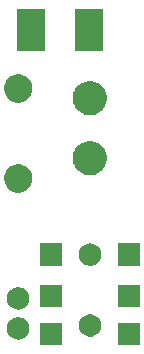
<source format=gts>
G04 #@! TF.GenerationSoftware,KiCad,Pcbnew,(5.0.1)-3*
G04 #@! TF.CreationDate,2018-10-30T18:02:17+11:00*
G04 #@! TF.ProjectId,Inline_SSR,496E6C696E655F5353522E6B69636164,rev?*
G04 #@! TF.SameCoordinates,PX8a12ae0PY678e028*
G04 #@! TF.FileFunction,Soldermask,Top*
G04 #@! TF.FilePolarity,Negative*
%FSLAX46Y46*%
G04 Gerber Fmt 4.6, Leading zero omitted, Abs format (unit mm)*
G04 Created by KiCad (PCBNEW (5.0.1)-3) date 30/10/2018 6:02:17 PM*
%MOMM*%
%LPD*%
G01*
G04 APERTURE LIST*
%ADD10C,0.100000*%
G04 APERTURE END LIST*
D10*
G36*
X9778500Y878500D02*
X7878500Y878500D01*
X7878500Y2778500D01*
X9778500Y2778500D01*
X9778500Y878500D01*
X9778500Y878500D01*
G37*
G36*
X16378500Y878500D02*
X14478500Y878500D01*
X14478500Y2778500D01*
X16378500Y2778500D01*
X16378500Y878500D01*
X16378500Y878500D01*
G37*
G36*
X6174952Y3226873D02*
X6312605Y3199492D01*
X6485494Y3127879D01*
X6641090Y3023913D01*
X6773413Y2891590D01*
X6877379Y2735994D01*
X6948992Y2563105D01*
X6985500Y2379567D01*
X6985500Y2192433D01*
X6948992Y2008895D01*
X6877379Y1836006D01*
X6773413Y1680410D01*
X6641090Y1548087D01*
X6485494Y1444121D01*
X6312605Y1372508D01*
X6174952Y1345127D01*
X6129068Y1336000D01*
X5941932Y1336000D01*
X5896048Y1345127D01*
X5758395Y1372508D01*
X5585506Y1444121D01*
X5429910Y1548087D01*
X5297587Y1680410D01*
X5193621Y1836006D01*
X5122008Y2008895D01*
X5085500Y2192433D01*
X5085500Y2379567D01*
X5122008Y2563105D01*
X5193621Y2735994D01*
X5297587Y2891590D01*
X5429910Y3023913D01*
X5585506Y3127879D01*
X5758395Y3199492D01*
X5896048Y3226873D01*
X5941932Y3236000D01*
X6129068Y3236000D01*
X6174952Y3226873D01*
X6174952Y3226873D01*
G37*
G36*
X12267951Y3469373D02*
X12405605Y3441992D01*
X12578494Y3370379D01*
X12734090Y3266413D01*
X12866413Y3134090D01*
X12970379Y2978494D01*
X13041992Y2805605D01*
X13078500Y2622067D01*
X13078500Y2434933D01*
X13041992Y2251395D01*
X12970379Y2078506D01*
X12866413Y1922910D01*
X12734090Y1790587D01*
X12578494Y1686621D01*
X12405605Y1615008D01*
X12267952Y1587627D01*
X12222068Y1578500D01*
X12034932Y1578500D01*
X11989048Y1587627D01*
X11851395Y1615008D01*
X11678506Y1686621D01*
X11522910Y1790587D01*
X11390587Y1922910D01*
X11286621Y2078506D01*
X11215008Y2251395D01*
X11178500Y2434933D01*
X11178500Y2622067D01*
X11215008Y2805605D01*
X11286621Y2978494D01*
X11390587Y3134090D01*
X11522910Y3266413D01*
X11678506Y3370379D01*
X11851395Y3441992D01*
X11989048Y3469373D01*
X12034932Y3478500D01*
X12222068Y3478500D01*
X12267951Y3469373D01*
X12267951Y3469373D01*
G37*
G36*
X6174951Y5766873D02*
X6312605Y5739492D01*
X6485494Y5667879D01*
X6641090Y5563913D01*
X6773413Y5431590D01*
X6877379Y5275994D01*
X6948992Y5103105D01*
X6985500Y4919567D01*
X6985500Y4732433D01*
X6948992Y4548895D01*
X6877379Y4376006D01*
X6773413Y4220410D01*
X6641090Y4088087D01*
X6485494Y3984121D01*
X6312605Y3912508D01*
X6174952Y3885127D01*
X6129068Y3876000D01*
X5941932Y3876000D01*
X5896048Y3885127D01*
X5758395Y3912508D01*
X5585506Y3984121D01*
X5429910Y4088087D01*
X5297587Y4220410D01*
X5193621Y4376006D01*
X5122008Y4548895D01*
X5085500Y4732433D01*
X5085500Y4919567D01*
X5122008Y5103105D01*
X5193621Y5275994D01*
X5297587Y5431590D01*
X5429910Y5563913D01*
X5585506Y5667879D01*
X5758395Y5739492D01*
X5896049Y5766873D01*
X5941932Y5776000D01*
X6129068Y5776000D01*
X6174951Y5766873D01*
X6174951Y5766873D01*
G37*
G36*
X16378500Y4078500D02*
X14478500Y4078500D01*
X14478500Y5978500D01*
X16378500Y5978500D01*
X16378500Y4078500D01*
X16378500Y4078500D01*
G37*
G36*
X9778500Y4078500D02*
X7878500Y4078500D01*
X7878500Y5978500D01*
X9778500Y5978500D01*
X9778500Y4078500D01*
X9778500Y4078500D01*
G37*
G36*
X9778500Y7578500D02*
X7878500Y7578500D01*
X7878500Y9478500D01*
X9778500Y9478500D01*
X9778500Y7578500D01*
X9778500Y7578500D01*
G37*
G36*
X12267952Y9469373D02*
X12405605Y9441992D01*
X12578494Y9370379D01*
X12734090Y9266413D01*
X12866413Y9134090D01*
X12970379Y8978494D01*
X13041992Y8805605D01*
X13078500Y8622067D01*
X13078500Y8434933D01*
X13041992Y8251395D01*
X12970379Y8078506D01*
X12866413Y7922910D01*
X12734090Y7790587D01*
X12578494Y7686621D01*
X12405605Y7615008D01*
X12267951Y7587627D01*
X12222068Y7578500D01*
X12034932Y7578500D01*
X11989049Y7587627D01*
X11851395Y7615008D01*
X11678506Y7686621D01*
X11522910Y7790587D01*
X11390587Y7922910D01*
X11286621Y8078506D01*
X11215008Y8251395D01*
X11178500Y8434933D01*
X11178500Y8622067D01*
X11215008Y8805605D01*
X11286621Y8978494D01*
X11390587Y9134090D01*
X11522910Y9266413D01*
X11678506Y9370379D01*
X11851395Y9441992D01*
X11989049Y9469373D01*
X12034932Y9478500D01*
X12222068Y9478500D01*
X12267952Y9469373D01*
X12267952Y9469373D01*
G37*
G36*
X16378500Y7578500D02*
X14478500Y7578500D01*
X14478500Y9478500D01*
X16378500Y9478500D01*
X16378500Y7578500D01*
X16378500Y7578500D01*
G37*
G36*
X6385526Y16139885D02*
X6603912Y16049427D01*
X6800458Y15918099D01*
X6967599Y15750958D01*
X7098927Y15554412D01*
X7189385Y15336026D01*
X7235500Y15104191D01*
X7235500Y14867809D01*
X7189385Y14635974D01*
X7098927Y14417588D01*
X6967599Y14221042D01*
X6800458Y14053901D01*
X6603912Y13922573D01*
X6385526Y13832115D01*
X6153691Y13786000D01*
X5917309Y13786000D01*
X5685474Y13832115D01*
X5467088Y13922573D01*
X5270542Y14053901D01*
X5103401Y14221042D01*
X4972073Y14417588D01*
X4881615Y14635974D01*
X4835500Y14867809D01*
X4835500Y15104191D01*
X4881615Y15336026D01*
X4972073Y15554412D01*
X5103401Y15750958D01*
X5270542Y15918099D01*
X5467088Y16049427D01*
X5685474Y16139885D01*
X5917309Y16186000D01*
X6153691Y16186000D01*
X6385526Y16139885D01*
X6385526Y16139885D01*
G37*
G36*
X12511447Y18094778D02*
X12775333Y17985473D01*
X13012824Y17826787D01*
X13214787Y17624824D01*
X13373473Y17387333D01*
X13482778Y17123447D01*
X13538500Y16843314D01*
X13538500Y16557686D01*
X13482778Y16277553D01*
X13373473Y16013667D01*
X13214787Y15776176D01*
X13012824Y15574213D01*
X12775333Y15415527D01*
X12511447Y15306222D01*
X12231314Y15250500D01*
X11945686Y15250500D01*
X11665553Y15306222D01*
X11401667Y15415527D01*
X11164176Y15574213D01*
X10962213Y15776176D01*
X10803527Y16013667D01*
X10694222Y16277553D01*
X10638500Y16557686D01*
X10638500Y16843314D01*
X10694222Y17123447D01*
X10803527Y17387333D01*
X10962213Y17624824D01*
X11164176Y17826787D01*
X11401667Y17985473D01*
X11665553Y18094778D01*
X11945686Y18150500D01*
X12231314Y18150500D01*
X12511447Y18094778D01*
X12511447Y18094778D01*
G37*
G36*
X12511447Y23174778D02*
X12775333Y23065473D01*
X13012824Y22906787D01*
X13214787Y22704824D01*
X13373473Y22467333D01*
X13482778Y22203447D01*
X13538500Y21923314D01*
X13538500Y21637686D01*
X13482778Y21357553D01*
X13373473Y21093667D01*
X13214787Y20856176D01*
X13012824Y20654213D01*
X12775333Y20495527D01*
X12511447Y20386222D01*
X12231314Y20330500D01*
X11945686Y20330500D01*
X11665553Y20386222D01*
X11401667Y20495527D01*
X11164176Y20654213D01*
X10962213Y20856176D01*
X10803527Y21093667D01*
X10694222Y21357553D01*
X10638500Y21637686D01*
X10638500Y21923314D01*
X10694222Y22203447D01*
X10803527Y22467333D01*
X10962213Y22704824D01*
X11164176Y22906787D01*
X11401667Y23065473D01*
X11665553Y23174778D01*
X11945686Y23230500D01*
X12231314Y23230500D01*
X12511447Y23174778D01*
X12511447Y23174778D01*
G37*
G36*
X6385526Y23759885D02*
X6603912Y23669427D01*
X6800458Y23538099D01*
X6967599Y23370958D01*
X7098927Y23174412D01*
X7189385Y22956026D01*
X7235500Y22724191D01*
X7235500Y22487809D01*
X7189385Y22255974D01*
X7098927Y22037588D01*
X6967599Y21841042D01*
X6800458Y21673901D01*
X6603912Y21542573D01*
X6385526Y21452115D01*
X6153691Y21406000D01*
X5917309Y21406000D01*
X5685474Y21452115D01*
X5467088Y21542573D01*
X5270542Y21673901D01*
X5103401Y21841042D01*
X4972073Y22037588D01*
X4881615Y22255974D01*
X4835500Y22487809D01*
X4835500Y22724191D01*
X4881615Y22956026D01*
X4972073Y23174412D01*
X5103401Y23370958D01*
X5270542Y23538099D01*
X5467088Y23669427D01*
X5685474Y23759885D01*
X5917309Y23806000D01*
X6153691Y23806000D01*
X6385526Y23759885D01*
X6385526Y23759885D01*
G37*
G36*
X8308500Y25784000D02*
X5948500Y25784000D01*
X5948500Y29334000D01*
X8308500Y29334000D01*
X8308500Y25784000D01*
X8308500Y25784000D01*
G37*
G36*
X13228500Y25784000D02*
X10868500Y25784000D01*
X10868500Y29334000D01*
X13228500Y29334000D01*
X13228500Y25784000D01*
X13228500Y25784000D01*
G37*
M02*

</source>
